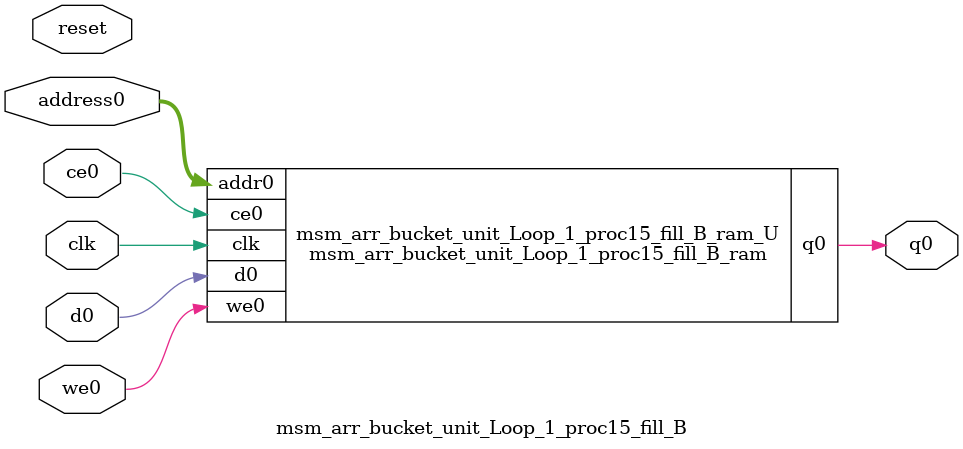
<source format=v>
`timescale 1 ns / 1 ps
module msm_arr_bucket_unit_Loop_1_proc15_fill_B_ram (addr0, ce0, d0, we0, q0,  clk);

parameter DWIDTH = 1;
parameter AWIDTH = 4;
parameter MEM_SIZE = 16;

input[AWIDTH-1:0] addr0;
input ce0;
input[DWIDTH-1:0] d0;
input we0;
output reg[DWIDTH-1:0] q0;
input clk;

reg [DWIDTH-1:0] ram[0:MEM_SIZE-1];




always @(posedge clk)  
begin 
    if (ce0) begin
        if (we0) 
            ram[addr0] <= d0; 
        q0 <= ram[addr0];
    end
end


endmodule

`timescale 1 ns / 1 ps
module msm_arr_bucket_unit_Loop_1_proc15_fill_B(
    reset,
    clk,
    address0,
    ce0,
    we0,
    d0,
    q0);

parameter DataWidth = 32'd1;
parameter AddressRange = 32'd16;
parameter AddressWidth = 32'd4;
input reset;
input clk;
input[AddressWidth - 1:0] address0;
input ce0;
input we0;
input[DataWidth - 1:0] d0;
output[DataWidth - 1:0] q0;



msm_arr_bucket_unit_Loop_1_proc15_fill_B_ram msm_arr_bucket_unit_Loop_1_proc15_fill_B_ram_U(
    .clk( clk ),
    .addr0( address0 ),
    .ce0( ce0 ),
    .we0( we0 ),
    .d0( d0 ),
    .q0( q0 ));

endmodule


</source>
